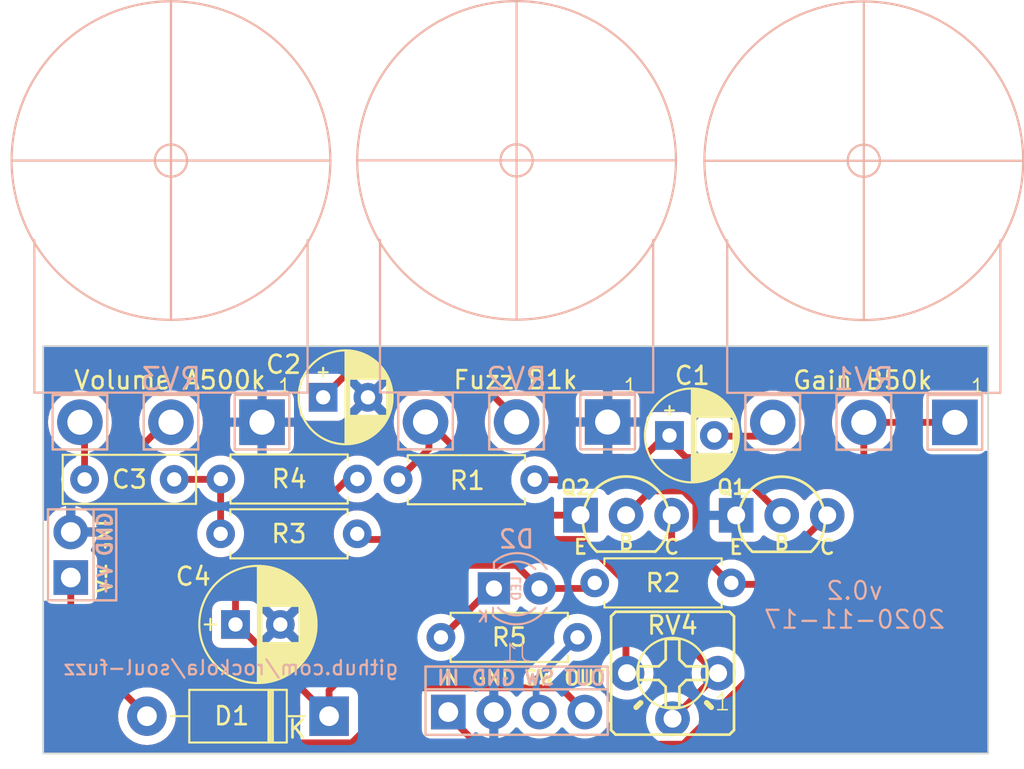
<source format=kicad_pcb>
(kicad_pcb (version 20201115) (generator pcbnew)
  (layers (0 "F.Cu" signal) (31 "B.Cu" signal) (34 "B.Paste" user) (35 "F.Paste" user) (36 "B.SilkS" user "B.Silkscreen") (37 "F.SilkS" user "F.Silkscreen") (38 "B.Mask" user) (39 "F.Mask" user) (44 "Edge.Cuts" user))
  (property "AUTHOR" "psychic fx")
  (property "DATE" "2020-11-17")
  (property "REVISION" "v0.2")
  (property "TITLE" "Soul Fuzz")
  (property "URL" "github.com/rockola/soul-fuzz")
  (net 0 "")
  (net 1 "Net-(C1-Pad2)")
  (net 2 "Net-(C1-Pad1)")
  (net 3 "GND")
  (net 4 "Net-(C2-Pad1)")
  (net 5 "Net-(C3-Pad2)")
  (net 6 "Net-(C3-Pad1)")
  (net 7 "VCC")
  (net 8 "+9V")
  (net 9 "Net-(D2-Pad1)")
  (net 10 "OUT")
  (net 11 "LED-")
  (net 12 "IN")
  (net 13 "Net-(Q1-Pad3)")
  (net 14 "Net-(Q2-Pad3)")
  (net 15 "Net-(Q2-Pad1)")
  (net 16 "Net-(R3-Pad2)")
  (footprint "rockola_kicad_footprints:Power_Header_2pin_TOP" (layer "F.Cu") (at 115.17 102.31 90)
    (fp_text reference "J2" hide)
    (fp_text value "Power" hide)
    (fp_text user "V+" (at -3.937 1.905 90 unlocked) (layer "B.SilkS") (effects (font (size 0.8 0.8)) (justify mirror)))
    (fp_text user "GND" (at -1.397 1.905 90 unlocked) (layer "B.SilkS") (effects (font (size 0.8 0.8)) (justify mirror)))
    (fp_text user "V+" (at -3.81 1.905 90 unlocked) (layer "F.SilkS") (effects (font (size 0.8 0.8))))
    (fp_text user "GND" (at -1.397 1.905 90 unlocked) (layer "F.SilkS") (effects (font (size 0.8 0.8))))
    (pad "1" thru_hole rect (at -3.81 0 90) (size 1.9304 1.9304) (drill 1.1) (layers *.Cu *.Mask) (net 8 "+9V"))
    (pad "2" thru_hole oval (at -1.27 0 90) (size 1.9304 1.9304) (drill 1.1) (layers *.Cu *.Mask) (net 3 "GND"))
  )
  (footprint "rockola_kicad_footprints:R_DIN0207" (layer "F.Cu") (at 131.160001 100.619999 180)
    (fp_text reference "R4" (at 3.81 0) (layer "F.SilkS"))
    (fp_text value "3k3")
    (pad "1" thru_hole circle (at 0 0 180) (size 1.6 1.6) (drill 0.8) (layers *.Cu *.Mask) (net 7 "VCC"))
    (pad "2" thru_hole oval (at 7.62 0 180) (size 1.6 1.6) (drill 0.8) (layers *.Cu *.Mask) (net 6 "Net-(C3-Pad1)"))
  )
  (footprint "potentiometers:16MM_B.MOUNT" (layer "F.Cu") (at 140.04 97.44)
    (fp_text reference "RV2" (at 0 -2.413) (layer "B.SilkS") (effects (font (size 1.2065 1.2065) (thickness 0.1524)) (justify mirror)))
    (fp_text value "Fuzz B1k" (at -0.0635 -2.3495) (layer "F.SilkS"))
    (fp_text user "1" (at 6.35 -2.032) (layer "F.SilkS") (effects (font (size 0.77216 0.77216) (thickness 0.097536))))
    (pad "1" thru_hole rect (at 5.08 0 180) (size 2.54 2.54) (drill 1.4) (layers *.Cu *.Mask) (net 3 "GND"))
    (pad "2" thru_hole oval (at 0 0 180) (size 2.54 2.54) (drill 1.4) (layers *.Cu *.Mask) (net 4 "Net-(C2-Pad1)"))
    (pad "3" thru_hole oval (at -5.08 0 180) (size 2.54 2.54) (drill 1.4) (layers *.Cu *.Mask) (net 15 "Net-(Q2-Pad1)"))
  )
  (footprint "rockola_kicad_footprints:Stomp_4pin" (layer "F.Cu") (at 140.04 113.63)
    (fp_text reference "J1" (at 0 -3.302) (layer "B.SilkS") (effects (font (size 0.9652 0.9652) (thickness 0.08128)) (justify mirror)))
    (fp_text value "Stomp" hide)
    (fp_text user "SW" (at 1.27 -1.905 unlocked) (layer "B.SilkS") (effects (font (size 0.8 0.8)) (justify mirror)))
    (fp_text user "GND" (at -1.27 -1.905 unlocked) (layer "B.SilkS") (effects (font (size 0.8 0.8)) (justify mirror)))
    (fp_text user "OUT" (at 3.81 -1.905 unlocked) (layer "B.SilkS") (effects (font (size 0.8 0.8)) (justify mirror)))
    (fp_text user "IN" (at -3.81 -1.905 unlocked) (layer "B.SilkS") (effects (font (size 0.8 0.8)) (justify mirror)))
    (fp_text user "OUT" (at 3.81 -1.905 unlocked) (layer "F.SilkS") (effects (font (size 0.8 0.8))))
    (fp_text user "SW" (at 1.27 -1.905 unlocked) (layer "F.SilkS") (effects (font (size 0.8 0.8))))
    (fp_text user "GND" (at -1.27 -1.905 unlocked) (layer "F.SilkS") (effects (font (size 0.8 0.8))))
    (fp_text user "IN" (at -3.81 -1.905 unlocked) (layer "F.SilkS") (effects (font (size 0.8 0.8))))
    (pad "1" thru_hole rect (at -3.81 0) (size 1.9304 1.9304) (drill 1.1) (layers *.Cu *.Mask) (net 12 "IN"))
    (pad "2" thru_hole oval (at -1.27 0) (size 1.9304 1.9304) (drill 1.1) (layers *.Cu *.Mask) (net 3 "GND"))
    (pad "3" thru_hole oval (at 1.27 0) (size 1.9304 1.9304) (drill 1.1) (layers *.Cu *.Mask) (net 11 "LED-"))
    (pad "4" thru_hole oval (at 3.81 0) (size 1.9304 1.9304) (drill 1.1) (layers *.Cu *.Mask) (net 10 "OUT"))
  )
  (footprint "potentiometers:16MM_B.MOUNT" (layer "F.Cu") (at 159.41 97.46)
    (fp_text reference "RV1" (at 0 -2.413) (layer "B.SilkS") (effects (font (size 1.2065 1.2065) (thickness 0.1524)) (justify mirror)))
    (fp_text value "Gain B50k" (at -0.0635 -2.3495) (layer "F.SilkS"))
    (fp_text user "1" (at 6.35 -2.032) (layer "F.SilkS") (effects (font (size 0.77216 0.77216) (thickness 0.097536))))
    (pad "1" thru_hole rect (at 5.08 0 180) (size 2.54 2.54) (drill 1.4) (layers *.Cu *.Mask) (net 12 "IN"))
    (pad "2" thru_hole oval (at 0 0 180) (size 2.54 2.54) (drill 1.4) (layers *.Cu *.Mask) (net 12 "IN"))
    (pad "3" thru_hole oval (at -5.08 0 180) (size 2.54 2.54) (drill 1.4) (layers *.Cu *.Mask) (net 1 "Net-(C1-Pad2)"))
  )
  (footprint "Diode_THT:D_DO-41_SOD81_P10.16mm_Horizontal" (layer "F.Cu") (at 129.58 113.86 180)
    (fp_text reference "D1" (at 5.43 0.01) (layer "F.SilkS"))
    (fp_text value "1N5817")
    (fp_text user "K" (at 1.78 -0.73) (layer "F.SilkS"))
    (pad "1" thru_hole rect (at 0 0 180) (size 2.2 2.2) (drill 1.1) (layers *.Cu *.Mask) (net 7 "VCC"))
    (pad "2" thru_hole oval (at 10.16 0 180) (size 2.2 2.2) (drill 1.1) (layers *.Cu *.Mask) (net 8 "+9V"))
  )
  (footprint "rockola_kicad_footprints:R_DIN0207" (layer "F.Cu") (at 143.44 109.46 180)
    (fp_text reference "R5" (at 3.81 0) (layer "F.SilkS"))
    (fp_text value "CLR")
    (pad "1" thru_hole circle (at 0 0 180) (size 1.6 1.6) (drill 0.8) (layers *.Cu *.Mask) (net 11 "LED-"))
    (pad "2" thru_hole oval (at 7.62 0 180) (size 1.6 1.6) (drill 0.8) (layers *.Cu *.Mask) (net 9 "Net-(D2-Pad1)"))
  )
  (footprint "rockola_kicad_footprints:R_DIN0207" (layer "F.Cu") (at 144.4 106.42)
    (fp_text reference "R2" (at 3.81 0) (layer "F.SilkS"))
    (fp_text value "22k")
    (pad "1" thru_hole circle (at 0 0) (size 1.6 1.6) (drill 0.8) (layers *.Cu *.Mask) (net 7 "VCC"))
    (pad "2" thru_hole oval (at 7.62 0) (size 1.6 1.6) (drill 0.8) (layers *.Cu *.Mask) (net 13 "Net-(Q1-Pad3)"))
  )
  (footprint "rockola_kicad_footprints:C_Box_7.2_2.5" (layer "F.Cu") (at 120.94 100.64 180)
    (fp_text reference "C3" (at 2.5 0) (layer "F.SilkS"))
    (fp_text value "6n8")
    (pad "1" thru_hole circle (at 0 0 180) (size 1.6 1.6) (drill 0.8) (layers *.Cu *.Mask) (net 6 "Net-(C3-Pad1)"))
    (pad "2" thru_hole circle (at 5 0 180) (size 1.6 1.6) (drill 0.8) (layers *.Cu *.Mask) (net 5 "Net-(C3-Pad2)"))
  )
  (footprint "potentiometers:TRIM1" (layer "F.Cu") (at 148.74 111.46 180)
    (fp_text reference "RV4" (at 0 2.667) (layer "F.SilkS"))
    (fp_text value "10k" hide)
    (fp_text user "1" (at -3.302 -2.159) (layer "F.SilkS") (effects (font (size 0.9652 0.9652) (thickness 0.08128)) (justify right bottom)))
    (pad "1" thru_hole oval (at -2.54 0 180) (size 1.9304 1.9304) (drill 1) (layers *.Cu *.Mask) (net 14 "Net-(Q2-Pad3)"))
    (pad "2" thru_hole oval (at 0 -2.54 180) (size 1.9304 1.9304) (drill 1) (layers *.Cu *.Mask) (net 14 "Net-(Q2-Pad3)"))
    (pad "3" thru_hole oval (at 2.54 0 180) (size 1.9304 1.9304) (drill 1) (layers *.Cu *.Mask) (net 16 "Net-(R3-Pad2)"))
  )
  (footprint "potentiometers:16MM_B.MOUNT" (layer "F.Cu") (at 120.76 97.45)
    (fp_text reference "RV3" (at 0 -2.413 180) (layer "B.SilkS") (effects (font (size 1.2065 1.2065) (thickness 0.1524)) (justify mirror)))
    (fp_text value "Volume A500k" (at -0.0635 -2.3495 180) (layer "F.SilkS"))
    (fp_text user "1" (at 6.35 -2.032 180) (layer "F.SilkS") (effects (font (size 0.77216 0.77216) (thickness 0.097536))))
    (pad "1" thru_hole rect (at 5.08 0 180) (size 2.54 2.54) (drill 1.4) (layers *.Cu *.Mask) (net 3 "GND"))
    (pad "2" thru_hole oval (at 0 0 180) (size 2.54 2.54) (drill 1.4) (layers *.Cu *.Mask) (net 10 "OUT"))
    (pad "3" thru_hole oval (at -5.08 0 180) (size 2.54 2.54) (drill 1.4) (layers *.Cu *.Mask) (net 5 "Net-(C3-Pad2)"))
  )
  (footprint "rockola_kicad_footprints:CP_D5.0_P2.50" (layer "F.Cu") (at 148.57 98.19)
    (fp_text reference "C1" (at 1.27 -3.34) (layer "F.SilkS"))
    (fp_text value "2u2")
    (pad "1" thru_hole rect (at 0 0) (size 1.6 1.6) (drill 0.8) (layers *.Cu *.Mask) (net 2 "Net-(C1-Pad1)"))
    (pad "2" thru_hole circle (at 2.5 0) (size 1.6 1.6) (drill 0.8) (layers *.Cu *.Mask) (net 1 "Net-(C1-Pad2)"))
  )
  (footprint "rockola_kicad_footprints:CP_D5.0_P2.50" (layer "F.Cu") (at 129.25 96.06)
    (fp_text reference "C2" (at -2.21 -1.83) (layer "F.SilkS"))
    (fp_text value "10u")
    (pad "1" thru_hole rect (at 0 0) (size 1.6 1.6) (drill 0.8) (layers *.Cu *.Mask) (net 4 "Net-(C2-Pad1)"))
    (pad "2" thru_hole circle (at 2.5 0) (size 1.6 1.6) (drill 0.8) (layers *.Cu *.Mask) (net 3 "GND"))
  )
  (footprint "rockola_kicad_footprints:R_DIN0207" (layer "F.Cu") (at 141.05 100.66 180)
    (fp_text reference "R1" (at 3.76 -0.05) (layer "F.SilkS"))
    (fp_text value "100k")
    (pad "1" thru_hole circle (at 0 0 180) (size 1.6 1.6) (drill 0.8) (layers *.Cu *.Mask) (net 2 "Net-(C1-Pad1)"))
    (pad "2" thru_hole oval (at 7.62 0 180) (size 1.6 1.6) (drill 0.8) (layers *.Cu *.Mask) (net 15 "Net-(Q2-Pad1)"))
  )
  (footprint "rockola_kicad_footprints:R_DIN0207" (layer "F.Cu") (at 123.53 103.68)
    (fp_text reference "R3" (at 3.81 0) (layer "F.SilkS"))
    (fp_text value "1k")
    (pad "1" thru_hole circle (at 0 0) (size 1.6 1.6) (drill 0.8) (layers *.Cu *.Mask) (net 6 "Net-(C3-Pad1)"))
    (pad "2" thru_hole oval (at 7.62 0) (size 1.6 1.6) (drill 0.8) (layers *.Cu *.Mask) (net 16 "Net-(R3-Pad2)"))
  )
  (footprint "rockola_kicad_footprints:TO92_EBC" (layer "F.Cu") (at 154.83 102.65)
    (fp_text reference "Q1" (at -1.89 -2.04) (layer "F.SilkS") (effects (font (size 0.8 0.8)) (justify right top)))
    (fp_text value "Q_NPN_EBC" hide)
    (fp_text user "E" (at -2.54 1.778 unlocked) (layer "F.SilkS") (effects (font (size 0.8 0.8))))
    (fp_text user "C" (at 2.54 1.778 unlocked) (layer "F.SilkS") (effects (font (size 0.8 0.8))))
    (fp_text user "B" (at 0 1.524 unlocked) (layer "F.SilkS") (effects (font (size 0.8 0.8))))
    (pad "1" thru_hole rect (at -2.54 0 180) (size 1.9304 1.9304) (drill 1) (layers *.Cu *.Mask) (net 3 "GND"))
    (pad "2" thru_hole oval (at 0 0 180) (size 1.9304 1.9304) (drill 1) (layers *.Cu *.Mask) (net 2 "Net-(C1-Pad1)"))
    (pad "3" thru_hole oval (at 2.54 0 180) (size 1.9304 1.9304) (drill 1) (layers *.Cu *.Mask) (net 13 "Net-(Q1-Pad3)"))
  )
  (footprint "rockola_kicad_footprints:CP_D6.3_P2.50" (layer "F.Cu") (at 124.36 108.74)
    (fp_text reference "C4" (at -2.36 -2.68) (layer "F.SilkS"))
    (fp_text value "100u")
    (pad "1" thru_hole rect (at 0 0) (size 1.6 1.6) (drill 0.8) (layers *.Cu *.Mask) (net 7 "VCC"))
    (pad "2" thru_hole circle (at 2.5 0) (size 1.6 1.6) (drill 0.8) (layers *.Cu *.Mask) (net 3 "GND"))
  )
  (footprint "rockola_kicad_footprints:TO92_EBC" (layer "F.Cu") (at 146.15 102.64)
    (fp_text reference "Q2" (at -1.93 -2.01) (layer "F.SilkS") (effects (font (size 0.8 0.8)) (justify right top)))
    (fp_text value "Q_NPN_EBC" hide)
    (fp_text user "C" (at 2.54 1.778 unlocked) (layer "F.SilkS") (effects (font (size 0.8 0.8))))
    (fp_text user "B" (at 0 1.524 unlocked) (layer "F.SilkS") (effects (font (size 0.8 0.8))))
    (fp_text user "E" (at -2.54 1.778 unlocked) (layer "F.SilkS") (effects (font (size 0.8 0.8))))
    (pad "1" thru_hole rect (at -2.54 0 180) (size 1.9304 1.9304) (drill 1) (layers *.Cu *.Mask) (net 15 "Net-(Q2-Pad1)"))
    (pad "2" thru_hole oval (at 0 0 180) (size 1.9304 1.9304) (drill 1) (layers *.Cu *.Mask) (net 13 "Net-(Q1-Pad3)"))
    (pad "3" thru_hole oval (at 2.54 0 180) (size 1.9304 1.9304) (drill 1) (layers *.Cu *.Mask) (net 14 "Net-(Q2-Pad3)"))
  )
  (footprint "rockola_kicad_footprints:LED.3mm" (layer "B.Cu") (at 138.776941 106.73)
    (fp_text reference "D2" (at 1.26 -2.75) (layer "B.SilkS") (effects (justify mirror)))
    (fp_text value "LED")
    (fp_text user "K" (at -0.6096 1.5748 unlocked) (layer "B.SilkS") (effects (font (size 0.6 0.6) (thickness 0.127)) (justify mirror)))
    (fp_text user "LED" (at 1.2446 0 -270 unlocked) (layer "B.SilkS") (effects (font (size 0.5 0.5) (thickness 0.1)) (justify mirror)))
    (pad "1" thru_hole rect (at 0 0) (size 1.8 1.8) (drill 0.9) (layers *.Cu *.Mask) (net 9 "Net-(D2-Pad1)"))
    (pad "2" thru_hole circle (at 2.54 0) (size 1.8 1.8) (drill 0.9) (layers *.Cu *.Mask) (net 7 "VCC"))
  )
  (gr_rect (start 113.63 93.2) (end 166.35 115.94) (layer "Edge.Cuts") (width 0.1) (fill none))
  (gr_text "${AUTHOR}" (at 160.39 114.26) (layer "F.Cu") (effects (font (size 1.2 0.9) (thickness 0.127))))
  (gr_text "${TITLE}" (at 160.23 112.33) (layer "F.Cu") (effects (font (size 1.5 1.5) (thickness 0.3))))
  (gr_text "${URL}" (at 124.1 111.16) (layer "B.SilkS") (effects (font (size 0.8 0.8) (thickness 0.127)) (justify mirror)))
  (gr_text "${REVISION}\n${DATE}" (at 158.89 107.66) (layer "B.SilkS") (effects (font (size 1 1) (thickness 0.127)) (justify mirror)))
  (segment (start 153.56 98.23) (end 154.33 97.46) (width 0.38) (layer "F.Cu") (net 1))
  (segment (start 150.8 98.23) (end 153.56 98.23) (width 0.38) (layer "F.Cu") (net 1))
  (segment (start 151.600001 99.420001) (end 149.490001 99.420001) (width 0.38) (layer "F.Cu") (net 2))
  (segment (start 149.490001 99.420001) (end 148.3 98.23) (width 0.38) (layer "F.Cu") (net 2))
  (segment (start 141.05 100.66) (end 145.87 100.66) (width 0.38) (layer "F.Cu") (net 2))
  (segment (start 154.83 102.65) (end 151.600001 99.420001) (width 0.38) (layer "F.Cu") (net 2))
  (segment (start 145.87 100.66) (end 148.3 98.23) (width 0.38) (layer "F.Cu") (net 2))
  (segment (start 137.639999 94.869999) (end 140.23 97.46) (width 0.38) (layer "F.Cu") (net 4))
  (segment (start 130.440001 94.869999) (end 137.639999 94.869999) (width 0.38) (layer "F.Cu") (net 4))
  (segment (start 129.25 96.06) (end 130.440001 94.869999) (width 0.38) (layer "F.Cu") (net 4))
  (segment (start 115.94 97.69) (end 115.7 97.45) (width 0.38) (layer "F.Cu") (net 5))
  (segment (start 115.94 100.64) (end 115.94 97.69) (width 0.38) (layer "F.Cu") (net 5))
  (segment (start 120.94 100.64) (end 123.52 100.64) (width 0.38) (layer "F.Cu") (net 6))
  (segment (start 123.52 100.64) (end 123.540001 100.619999) (width 0.38) (layer "F.Cu") (net 6))
  (segment (start 123.53 103.68) (end 123.53 100.63) (width 0.38) (layer "F.Cu") (net 6))
  (segment (start 123.53 100.63) (end 123.540001 100.619999) (width 0.38) (layer "F.Cu") (net 6))
  (segment (start 124.36 106.868798) (end 130.608799 100.619999) (width 0.38) (layer "F.Cu") (net 7))
  (segment (start 129.58 112.42) (end 129.58 113.86) (width 0.38) (layer "F.Cu") (net 7))
  (segment (start 144.09 106.73) (end 144.4 106.42) (width 0.38) (layer "F.Cu") (net 7))
  (segment (start 130.608799 100.619999) (end 131.160001 100.619999) (width 0.38) (layer "F.Cu") (net 7))
  (segment (start 124.36 108.74) (end 124.36 106.868798) (width 0.38) (layer "F.Cu") (net 7))
  (segment (start 141.316941 106.73) (end 140.02694 105.439999) (width 0.38) (layer "F.Cu") (net 7))
  (segment (start 124.46 108.74) (end 129.58 113.86) (width 0.38) (layer "F.Cu") (net 7))
  (segment (start 141.316941 106.73) (end 144.09 106.73) (width 0.38) (layer "F.Cu") (net 7))
  (segment (start 124.36 108.74) (end 124.46 108.74) (width 0.38) (layer "F.Cu") (net 7))
  (segment (start 140.02694 105.439999) (end 136.560001 105.439999) (width 0.38) (layer "F.Cu") (net 7))
  (segment (start 136.560001 105.439999) (end 129.58 112.42) (width 0.38) (layer "F.Cu") (net 7))
  (segment (start 119.42 113.86) (end 115.17 109.61) (width 0.38) (layer "F.Cu") (net 8))
  (segment (start 115.17 109.61) (end 115.17 106.12) (width 0.38) (layer "F.Cu") (net 8))
  (segment (start 138.59 106.74) (end 139.12 106.74) (width 0.38) (layer "F.Cu") (net 9))
  (segment (start 135.67 109.66) (end 138.59 106.74) (width 0.38) (layer "F.Cu") (net 9))
  (segment (start 143.85 113.63) (end 142.494799 112.274799) (width 0.38) (layer "F.Cu") (net 10))
  (segment (start 120.46 97.45) (end 118.41 99.5) (width 0.38) (layer "F.Cu") (net 10))
  (segment (start 120.76 97.45) (end 120.46 97.45) (width 0.38) (layer "F.Cu") (net 10))
  (segment (start 142.494799 112.274799) (end 133.916759 112.274799) (width 0.38) (layer "F.Cu") (net 10))
  (segment (start 118.41 106.83002) (end 126.92999 115.35001) (width 0.38) (layer "F.Cu") (net 10))
  (segment (start 130.841548 115.35001) (end 126.92999 115.35001) (width 0.38) (layer "F.Cu") (net 10))
  (segment (start 133.916759 112.274799) (end 130.841548 115.35001) (width 0.38) (layer "F.Cu") (net 10))
  (segment (start 118.41 99.5) (end 118.41 106.83002) (width 0.38) (layer "F.Cu") (net 10))
  (segment (start 141.13 111.82) (end 143.29 109.66) (width 0.38) (layer "B.Cu") (net 11))
  (segment (start 141.13 113.64) (end 141.13 111.82) (width 0.38) (layer "B.Cu") (net 11))
  (segment (start 159.41 105.345698) (end 159.41 97.46) (width 0.38) (layer "F.Cu") (net 12))
  (segment (start 164.49 97.46) (end 159.41 97.46) (width 0.38) (layer "F.Cu") (net 12))
  (segment (start 149.330497 115.425201) (end 159.41 105.345698) (width 0.38) (layer "F.Cu") (net 12))
  (segment (start 136.05 113.64) (end 137.835201 115.425201) (width 0.38) (layer "F.Cu") (net 12))
  (segment (start 137.835201 115.425201) (end 149.330497 115.425201) (width 0.38) (layer "F.Cu") (net 12))
  (segment (start 150.045201 104.535201) (end 150.045201 101.989503) (width 0.38) (layer "F.Cu") (net 13))
  (segment (start 152.01 106.5) (end 150.045201 104.535201) (width 0.38) (layer "F.Cu") (net 13))
  (segment (start 150.045201 101.989503) (end 149.340497 101.284799) (width 0.38) (layer "F.Cu") (net 13))
  (segment (start 153.52 106.5) (end 157.37 102.65) (width 0.38) (layer "F.Cu") (net 13))
  (segment (start 149.340497 101.284799) (end 147.505201 101.284799) (width 0.38) (layer "F.Cu") (net 13))
  (segment (start 152.01 106.5) (end 153.52 106.5) (width 0.38) (layer "F.Cu") (net 13))
  (segment (start 147.505201 101.284799) (end 146.15 102.64) (width 0.38) (layer "F.Cu") (net 13))
  (segment (start 151.22 111.53) (end 148.69 109) (width 0.38) (layer "F.Cu") (net 14))
  (segment (start 148.69 109) (end 148.69 102.64) (width 0.38) (layer "F.Cu") (net 14))
  (segment (start 148.68 114.07) (end 151.22 111.53) (width 0.38) (layer "F.Cu") (net 14))
  (segment (start 133.43 100.66) (end 135.15 98.94) (width 0.38) (layer "F.Cu") (net 15))
  (segment (start 135.15 97.46) (end 140.33 102.64) (width 0.38) (layer "F.Cu") (net 15))
  (segment (start 135.15 98.94) (end 135.15 97.46) (width 0.38) (layer "F.Cu") (net 15))
  (segment (start 140.33 102.64) (end 143.61 102.64) (width 0.38) (layer "F.Cu") (net 15))
  (segment (start 146.14 106.398798) (end 143.736412 103.99521) (width 0.38) (layer "F.Cu") (net 16))
  (segment (start 143.736412 103.99521) (end 131.46521 103.99521) (width 0.38) (layer "F.Cu") (net 16))
  (segment (start 146.14 111.53) (end 146.14 106.398798) (width 0.38) (layer "F.Cu") (net 16))
  (segment (start 131.46521 103.99521) (end 131.15 103.68) (width 0.38) (layer "F.Cu") (net 16))
  (zone (net 3) (net_name "GND") (layers F&B.Cu) (connect_pads (clearance 0.508)) (min_thickness 0.254) (fill yes (thermal_gap 0.508) (thermal_bridge_width 0.508))
    (polygon (pts (xy 167.953343 91.355198) (xy 168.052059 116.02598) (xy 111.222059 116.16598) (xy 111.403343 91.285198)))
  )
)
</source>
